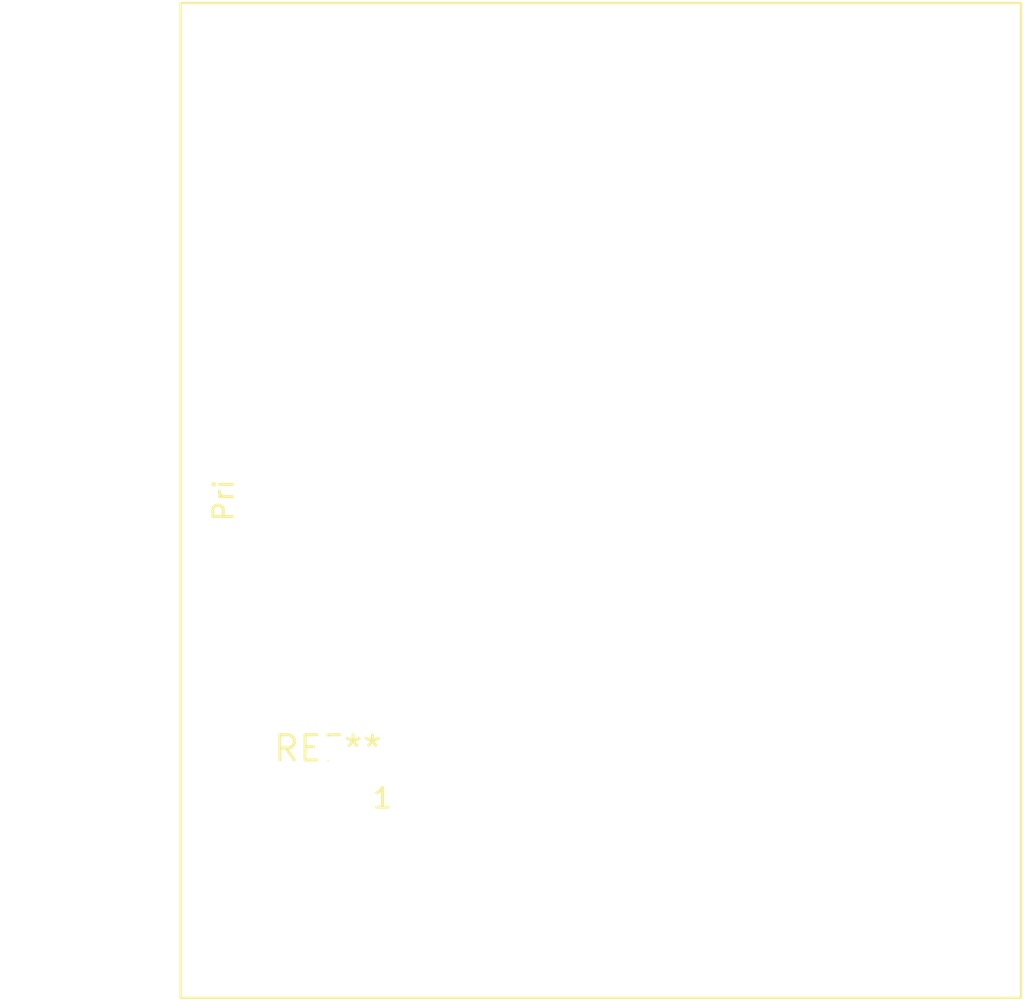
<source format=kicad_pcb>
(kicad_pcb (version 20240108) (generator pcbnew)
  (layers (0 "F.Cu" signal) (31 "B.Cu" signal) (34 "B.Paste" user) (35 "F.Paste" user) (36 "B.SilkS" user "B.Silkscreen") (37 "F.SilkS" user "F.Silkscreen") (38 "B.Mask" user) (39 "F.Mask" user) (44 "Edge.Cuts" user))
  (net 0 "")
  (footprint "Transformer_CHK_EI48-8VA_2xSec" (layer "F.Cu") (at 0 0)
    (property "Reference" "REF**")
    (property "Value" "Transformer_CHK_EI48-8VA_2xSec")
    (fp_line (start -7.42 -37.57) (end -7.42 12.57) (layer "F.SilkS") (stroke (width 0.12)))
    (fp_line (start -7.42 -37.57) (end 34.92 -37.57) (layer "F.SilkS") (stroke (width 0.12)))
    (fp_line (start 34.92 12.57) (end -7.42 12.57) (layer "F.SilkS") (stroke (width 0.12)))
    (fp_line (start 34.92 12.57) (end 34.92 -37.57) (layer "F.SilkS") (stroke (width 0.12)))
    (fp_text user "1" (at 2.75 2.5 0) (layer "F.SilkS"))
    (fp_text user "Pri" (at -5.25 -12.5 90) (layer "F.SilkS"))
    (pad "1" thru_hole circle (at 0 0) (size 3 3) (drill 1.2) (layers *.Cu *.Mask) (remove_unused_layers))
    (pad "2" thru_hole circle (at 0 -5) (size 3 3) (drill 1.2) (layers *.Cu *.Mask) (remove_unused_layers))
    (pad "3" thru_hole circle (at 0 -10) (size 3 3) (drill 1.2) (layers *.Cu *.Mask) (remove_unused_layers))
    (pad "4" thru_hole circle (at 0 -15) (size 3 3) (drill 1.2) (layers *.Cu *.Mask) (remove_unused_layers))
    (pad "5" thru_hole circle (at 0 -20) (size 3 3) (drill 1.2) (layers *.Cu *.Mask) (remove_unused_layers))
    (pad "6" thru_hole circle (at 0 -25.05) (size 3 3) (drill 1.2) (layers *.Cu *.Mask) (remove_unused_layers))
    (pad "7" thru_hole circle (at 27.5 -25) (size 3 3) (drill 1.2) (layers *.Cu *.Mask) (remove_unused_layers))
    (pad "8" thru_hole circle (at 27.5 -20) (size 3 3) (drill 1.2) (layers *.Cu *.Mask) (remove_unused_layers))
    (pad "9" thru_hole circle (at 27.5 -15) (size 3 3) (drill 1.2) (layers *.Cu *.Mask) (remove_unused_layers))
    (pad "10" thru_hole circle (at 27.5 -10) (size 3 3) (drill 1.2) (layers *.Cu *.Mask) (remove_unused_layers))
    (pad "11" thru_hole circle (at 27.5 -5) (size 3 3) (drill 1.2) (layers *.Cu *.Mask) (remove_unused_layers))
    (pad "12" thru_hole circle (at 27.5 0) (size 3 3) (drill 1.2) (layers *.Cu *.Mask) (remove_unused_layers))
  )
)
</source>
